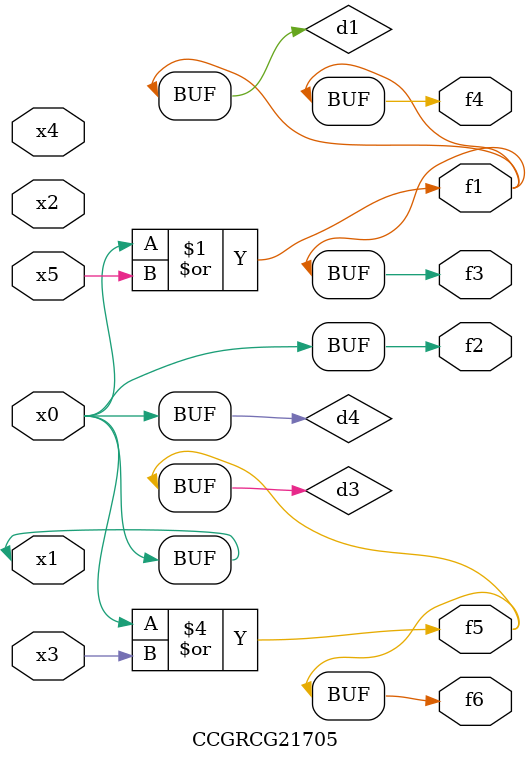
<source format=v>
module CCGRCG21705(
	input x0, x1, x2, x3, x4, x5,
	output f1, f2, f3, f4, f5, f6
);

	wire d1, d2, d3, d4;

	or (d1, x0, x5);
	xnor (d2, x1, x4);
	or (d3, x0, x3);
	buf (d4, x0, x1);
	assign f1 = d1;
	assign f2 = d4;
	assign f3 = d1;
	assign f4 = d1;
	assign f5 = d3;
	assign f6 = d3;
endmodule

</source>
